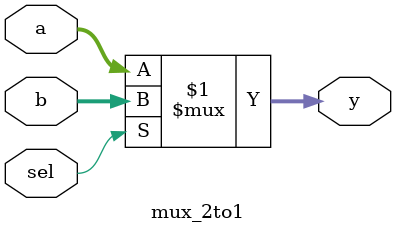
<source format=sv>
module mux_2to1 (
  input logic [31:0] a,
  input logic [31:0] b,
  input logic sel,
  output logic [31:0] y
);

  assign y = sel ? b : a;

endmodule
</source>
